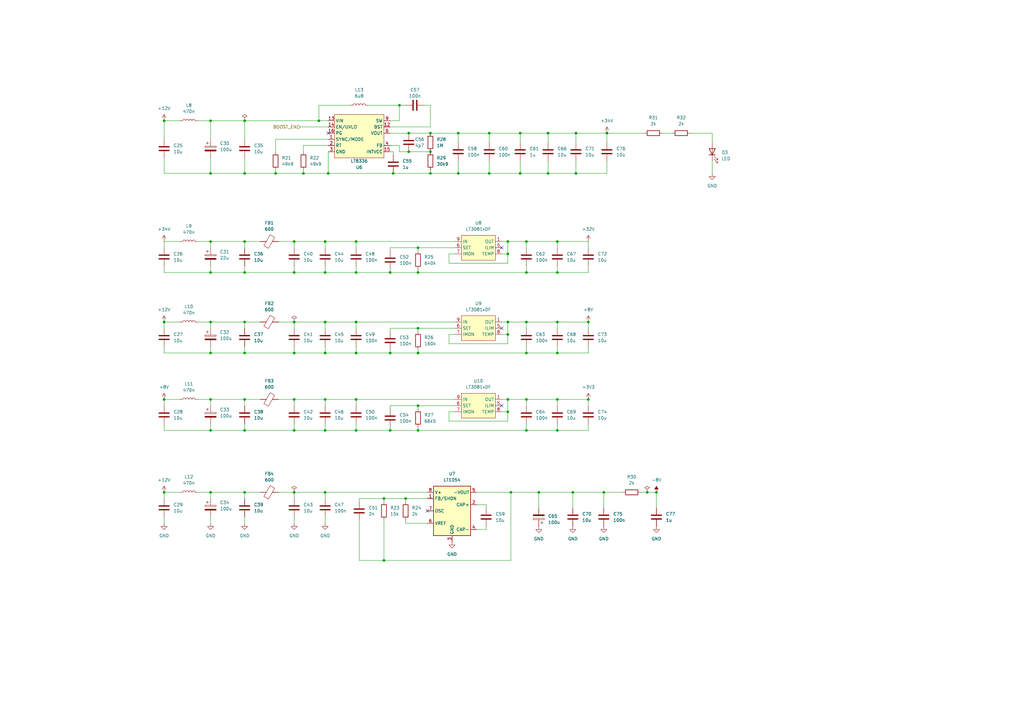
<source format=kicad_sch>
(kicad_sch (version 20211123) (generator eeschema)
  (paper "A3")
  (title_block (title "Usilitel") (date "2022-07-12") (rev "0.1") (company "M-Labs") (comment 1 "Wideband power amplifier") (comment 3 "a.k.a. topquark12") (comment 4 "Alex Wong Tat Hang"))
  (junction (at 200.66 54.61))
  (junction (at 220.98 201.93))
  (junction (at 120.65 111.76))
  (junction (at 228.6 111.76))
  (junction (at 265.43 201.93))
  (junction (at 100.33 71.12))
  (junction (at 200.66 71.12))
  (junction (at 209.55 201.93))
  (junction (at 160.02 144.78))
  (junction (at 133.35 144.78))
  (junction (at 161.29 71.12))
  (junction (at 67.31 132.08))
  (junction (at 269.24 201.93))
  (junction (at 166.37 204.47))
  (junction (at 241.3 163.83))
  (junction (at 241.3 132.08))
  (junction (at 86.36 201.93))
  (junction (at 208.28 168.91))
  (junction (at 120.65 176.53))
  (junction (at 146.05 144.78))
  (junction (at 215.9 144.78))
  (junction (at 236.22 71.12))
  (junction (at 208.28 99.06))
  (junction (at 163.83 43.18))
  (junction (at 86.36 144.78))
  (junction (at 228.6 132.08))
  (junction (at 100.33 99.06))
  (junction (at 171.45 176.53))
  (junction (at 234.95 201.93))
  (junction (at 100.33 201.93))
  (junction (at 86.36 111.76))
  (junction (at 171.45 111.76))
  (junction (at 67.31 201.93))
  (junction (at 171.45 144.78))
  (junction (at 100.33 132.08))
  (junction (at 171.45 101.6))
  (junction (at 146.05 99.06))
  (junction (at 167.64 62.23))
  (junction (at 133.35 99.06))
  (junction (at 113.03 71.12))
  (junction (at 213.36 54.61))
  (junction (at 248.92 54.61))
  (junction (at 133.35 111.76))
  (junction (at 100.33 111.76))
  (junction (at 160.02 176.53))
  (junction (at 215.9 176.53))
  (junction (at 160.02 111.76))
  (junction (at 86.36 176.53))
  (junction (at 67.31 163.83))
  (junction (at 120.65 163.83))
  (junction (at 236.22 54.61))
  (junction (at 215.9 132.08))
  (junction (at 247.65 201.93))
  (junction (at 86.36 49.53))
  (junction (at 171.45 134.62))
  (junction (at 133.35 176.53))
  (junction (at 146.05 176.53))
  (junction (at 208.28 137.16))
  (junction (at 215.9 111.76))
  (junction (at 228.6 176.53))
  (junction (at 176.53 71.12))
  (junction (at 208.28 104.14))
  (junction (at 146.05 163.83))
  (junction (at 120.65 144.78))
  (junction (at 100.33 176.53))
  (junction (at 86.36 99.06))
  (junction (at 134.62 71.12))
  (junction (at 215.9 163.83))
  (junction (at 157.48 229.87))
  (junction (at 120.65 201.93))
  (junction (at 86.36 163.83))
  (junction (at 224.79 71.12))
  (junction (at 100.33 163.83))
  (junction (at 187.96 71.12))
  (junction (at 100.33 144.78))
  (junction (at 120.65 132.08))
  (junction (at 213.36 71.12))
  (junction (at 215.9 99.06))
  (junction (at 86.36 71.12))
  (junction (at 100.33 49.53))
  (junction (at 176.53 54.61))
  (junction (at 86.36 132.08))
  (junction (at 228.6 99.06))
  (junction (at 167.64 54.61))
  (junction (at 208.28 163.83))
  (junction (at 208.28 132.08))
  (junction (at 157.48 204.47))
  (junction (at 67.31 49.53))
  (junction (at 133.35 163.83))
  (junction (at 228.6 163.83))
  (junction (at 224.79 54.61))
  (junction (at 133.35 201.93))
  (junction (at 171.45 166.37))
  (junction (at 187.96 54.61))
  (junction (at 133.35 132.08))
  (junction (at 228.6 144.78))
  (junction (at 146.05 111.76))
  (junction (at 124.46 71.12))
  (junction (at 176.53 62.23))
  (junction (at 120.65 99.06))
  (junction (at 130.81 49.53))
  (junction (at 146.05 132.08))
  (no_connect (at 205.74 134.62))
  (no_connect (at 134.62 54.61))
  (no_connect (at 175.26 209.55))
  (no_connect (at 205.74 101.6))
  (no_connect (at 205.74 166.37))
  (wire (pts (xy 114.3 201.93) (xy 120.65 201.93)))
  (wire (pts (xy 100.33 99.06) (xy 106.68 99.06)))
  (wire (pts (xy 100.33 144.78) (xy 120.65 144.78)))
  (wire (pts (xy 184.15 168.91) (xy 186.69 168.91)))
  (wire (pts (xy 146.05 111.76) (xy 160.02 111.76)))
  (wire (pts (xy 171.45 134.62) (xy 186.69 134.62)))
  (wire (pts (xy 113.03 57.15) (xy 134.62 57.15)))
  (wire (pts (xy 208.28 104.14) (xy 205.74 104.14)))
  (wire (pts (xy 160.02 135.89) (xy 160.02 134.62)))
  (wire (pts (xy 241.3 176.53) (xy 228.6 176.53)))
  (wire (pts (xy 146.05 163.83) (xy 186.69 163.83)))
  (wire (pts (xy 171.45 176.53) (xy 171.45 175.26)))
  (wire (pts (xy 81.28 49.53) (xy 86.36 49.53)))
  (wire (pts (xy 160.02 102.87) (xy 160.02 101.6)))
  (wire (pts (xy 215.9 101.6) (xy 215.9 99.06)))
  (wire (pts (xy 241.3 111.76) (xy 228.6 111.76)))
  (wire (pts (xy 236.22 54.61) (xy 224.79 54.61)))
  (wire (pts (xy 133.35 163.83) (xy 120.65 163.83)))
  (wire (pts (xy 124.46 71.12) (xy 113.03 71.12)))
  (wire (pts (xy 120.65 201.93) (xy 120.65 204.47)))
  (wire (pts (xy 215.9 163.83) (xy 208.28 163.83)))
  (wire (pts (xy 86.36 49.53) (xy 100.33 49.53)))
  (wire (pts (xy 215.9 173.99) (xy 215.9 176.53)))
  (wire (pts (xy 184.15 137.16) (xy 186.69 137.16)))
  (wire (pts (xy 86.36 176.53) (xy 100.33 176.53)))
  (wire (pts (xy 146.05 101.6) (xy 146.05 99.06)))
  (wire (pts (xy 241.3 142.24) (xy 241.3 144.78)))
  (wire (pts (xy 163.83 43.18) (xy 163.83 49.53)))
  (wire (pts (xy 100.33 163.83) (xy 106.68 163.83)))
  (wire (pts (xy 215.9 142.24) (xy 215.9 144.78)))
  (wire (pts (xy 283.21 54.61) (xy 292.1 54.61)))
  (wire (pts (xy 236.22 54.61) (xy 236.22 58.42)))
  (wire (pts (xy 215.9 134.62) (xy 215.9 132.08)))
  (wire (pts (xy 157.48 204.47) (xy 166.37 204.47)))
  (wire (pts (xy 228.6 142.24) (xy 228.6 144.78)))
  (wire (pts (xy 146.05 176.53) (xy 160.02 176.53)))
  (wire (pts (xy 134.62 62.23) (xy 134.62 71.12)))
  (wire (pts (xy 215.9 132.08) (xy 208.28 132.08)))
  (wire (pts (xy 205.74 163.83) (xy 208.28 163.83)))
  (wire (pts (xy 248.92 58.42) (xy 248.92 54.61)))
  (wire (pts (xy 86.36 71.12) (xy 100.33 71.12)))
  (wire (pts (xy 160.02 54.61) (xy 167.64 54.61)))
  (wire (pts (xy 228.6 101.6) (xy 228.6 99.06)))
  (wire (pts (xy 167.64 54.61) (xy 176.53 54.61)))
  (wire (pts (xy 215.9 176.53) (xy 171.45 176.53)))
  (wire (pts (xy 176.53 69.85) (xy 176.53 71.12)))
  (wire (pts (xy 166.37 204.47) (xy 166.37 205.74)))
  (wire (pts (xy 163.83 59.69) (xy 160.02 59.69)))
  (wire (pts (xy 86.36 111.76) (xy 86.36 109.22)))
  (wire (pts (xy 208.28 172.72) (xy 208.28 168.91)))
  (wire (pts (xy 100.33 176.53) (xy 120.65 176.53)))
  (wire (pts (xy 171.45 101.6) (xy 186.69 101.6)))
  (wire (pts (xy 120.65 144.78) (xy 120.65 142.24)))
  (wire (pts (xy 213.36 54.61) (xy 200.66 54.61)))
  (wire (pts (xy 199.39 207.01) (xy 199.39 208.28)))
  (wire (pts (xy 86.36 214.63) (xy 86.36 212.09)))
  (wire (pts (xy 184.15 104.14) (xy 186.69 104.14)))
  (wire (pts (xy 146.05 163.83) (xy 133.35 163.83)))
  (wire (pts (xy 208.28 132.08) (xy 208.28 137.16)))
  (wire (pts (xy 166.37 204.47) (xy 175.26 204.47)))
  (wire (pts (xy 241.3 109.22) (xy 241.3 111.76)))
  (wire (pts (xy 184.15 140.97) (xy 208.28 140.97)))
  (wire (pts (xy 67.31 132.08) (xy 73.66 132.08)))
  (wire (pts (xy 133.35 144.78) (xy 133.35 142.24)))
  (wire (pts (xy 215.9 166.37) (xy 215.9 163.83)))
  (wire (pts (xy 120.65 176.53) (xy 133.35 176.53)))
  (wire (pts (xy 160.02 167.64) (xy 160.02 166.37)))
  (wire (pts (xy 134.62 71.12) (xy 161.29 71.12)))
  (wire (pts (xy 81.28 201.93) (xy 86.36 201.93)))
  (wire (pts (xy 86.36 134.62) (xy 86.36 132.08)))
  (wire (pts (xy 67.31 163.83) (xy 73.66 163.83)))
  (wire (pts (xy 205.74 99.06) (xy 208.28 99.06)))
  (wire (pts (xy 171.45 166.37) (xy 186.69 166.37)))
  (wire (pts (xy 228.6 176.53) (xy 215.9 176.53)))
  (wire (pts (xy 100.33 111.76) (xy 120.65 111.76)))
  (wire (pts (xy 228.6 111.76) (xy 215.9 111.76)))
  (wire (pts (xy 114.3 99.06) (xy 120.65 99.06)))
  (wire (pts (xy 100.33 201.93) (xy 106.68 201.93)))
  (wire (pts (xy 208.28 168.91) (xy 205.74 168.91)))
  (wire (pts (xy 123.19 52.07) (xy 134.62 52.07)))
  (wire (pts (xy 130.81 49.53) (xy 130.81 43.18)))
  (wire (pts (xy 205.74 132.08) (xy 208.28 132.08)))
  (wire (pts (xy 146.05 111.76) (xy 146.05 109.22)))
  (wire (pts (xy 130.81 49.53) (xy 134.62 49.53)))
  (wire (pts (xy 224.79 54.61) (xy 224.79 58.42)))
  (wire (pts (xy 120.65 176.53) (xy 120.65 173.99)))
  (wire (pts (xy 228.6 99.06) (xy 215.9 99.06)))
  (wire (pts (xy 248.92 66.04) (xy 248.92 71.12)))
  (wire (pts (xy 171.45 102.87) (xy 171.45 101.6)))
  (wire (pts (xy 120.65 134.62) (xy 120.65 132.08)))
  (wire (pts (xy 187.96 54.61) (xy 187.96 58.42)))
  (wire (pts (xy 67.31 49.53) (xy 73.66 49.53)))
  (wire (pts (xy 220.98 201.93) (xy 220.98 208.28)))
  (wire (pts (xy 134.62 71.12) (xy 124.46 71.12)))
  (wire (pts (xy 200.66 66.04) (xy 200.66 71.12)))
  (wire (pts (xy 100.33 144.78) (xy 100.33 142.24)))
  (wire (pts (xy 100.33 111.76) (xy 100.33 109.22)))
  (wire (pts (xy 113.03 62.23) (xy 113.03 57.15)))
  (wire (pts (xy 241.3 144.78) (xy 228.6 144.78)))
  (wire (pts (xy 100.33 101.6) (xy 100.33 99.06)))
  (wire (pts (xy 146.05 134.62) (xy 146.05 132.08)))
  (wire (pts (xy 157.48 205.74) (xy 157.48 204.47)))
  (wire (pts (xy 157.48 229.87) (xy 209.55 229.87)))
  (wire (pts (xy 130.81 43.18) (xy 143.51 43.18)))
  (wire (pts (xy 215.9 144.78) (xy 171.45 144.78)))
  (wire (pts (xy 209.55 229.87) (xy 209.55 201.93)))
  (wire (pts (xy 171.45 111.76) (xy 171.45 110.49)))
  (wire (pts (xy 234.95 201.93) (xy 234.95 208.28)))
  (wire (pts (xy 161.29 71.12) (xy 176.53 71.12)))
  (wire (pts (xy 161.29 62.23) (xy 161.29 63.5)))
  (wire (pts (xy 81.28 163.83) (xy 86.36 163.83)))
  (wire (pts (xy 176.53 62.23) (xy 167.64 62.23)))
  (wire (pts (xy 146.05 144.78) (xy 146.05 142.24)))
  (wire (pts (xy 133.35 166.37) (xy 133.35 163.83)))
  (wire (pts (xy 248.92 71.12) (xy 236.22 71.12)))
  (wire (pts (xy 199.39 215.9) (xy 199.39 217.17)))
  (wire (pts (xy 124.46 59.69) (xy 134.62 59.69)))
  (wire (pts (xy 163.83 43.18) (xy 166.37 43.18)))
  (wire (pts (xy 248.92 54.61) (xy 236.22 54.61)))
  (wire (pts (xy 120.65 214.63) (xy 120.65 212.09)))
  (wire (pts (xy 160.02 111.76) (xy 171.45 111.76)))
  (wire (pts (xy 146.05 144.78) (xy 160.02 144.78)))
  (wire (pts (xy 213.36 66.04) (xy 213.36 71.12)))
  (wire (pts (xy 120.65 111.76) (xy 120.65 109.22)))
  (wire (pts (xy 100.33 132.08) (xy 106.68 132.08)))
  (wire (pts (xy 86.36 132.08) (xy 100.33 132.08)))
  (wire (pts (xy 160.02 176.53) (xy 171.45 176.53)))
  (wire (pts (xy 187.96 71.12) (xy 176.53 71.12)))
  (wire (pts (xy 120.65 201.93) (xy 133.35 201.93)))
  (wire (pts (xy 86.36 204.47) (xy 86.36 201.93)))
  (wire (pts (xy 195.58 207.01) (xy 199.39 207.01)))
  (wire (pts (xy 213.36 71.12) (xy 200.66 71.12)))
  (wire (pts (xy 86.36 163.83) (xy 100.33 163.83)))
  (wire (pts (xy 262.89 201.93) (xy 265.43 201.93)))
  (wire (pts (xy 163.83 62.23) (xy 163.83 59.69)))
  (wire (pts (xy 86.36 201.93) (xy 100.33 201.93)))
  (wire (pts (xy 147.32 204.47) (xy 157.48 204.47)))
  (wire (pts (xy 133.35 201.93) (xy 175.26 201.93)))
  (wire (pts (xy 292.1 54.61) (xy 292.1 58.42)))
  (wire (pts (xy 224.79 54.61) (xy 213.36 54.61)))
  (wire (pts (xy 228.6 144.78) (xy 215.9 144.78)))
  (wire (pts (xy 208.28 163.83) (xy 208.28 168.91)))
  (wire (pts (xy 213.36 54.61) (xy 213.36 58.42)))
  (wire (pts (xy 81.28 99.06) (xy 86.36 99.06)))
  (wire (pts (xy 187.96 54.61) (xy 176.53 54.61)))
  (wire (pts (xy 67.31 176.53) (xy 86.36 176.53)))
  (wire (pts (xy 133.35 204.47) (xy 133.35 201.93)))
  (wire (pts (xy 176.53 52.07) (xy 176.53 43.18)))
  (wire (pts (xy 67.31 64.77) (xy 67.31 71.12)))
  (wire (pts (xy 224.79 71.12) (xy 213.36 71.12)))
  (wire (pts (xy 86.36 176.53) (xy 86.36 173.99)))
  (wire (pts (xy 208.28 99.06) (xy 208.28 104.14)))
  (wire (pts (xy 163.83 49.53) (xy 160.02 49.53)))
  (wire (pts (xy 171.45 144.78) (xy 171.45 143.51)))
  (wire (pts (xy 247.65 201.93) (xy 255.27 201.93)))
  (wire (pts (xy 200.66 71.12) (xy 187.96 71.12)))
  (wire (pts (xy 157.48 213.36) (xy 157.48 229.87)))
  (wire (pts (xy 133.35 101.6) (xy 133.35 99.06)))
  (wire (pts (xy 67.31 166.37) (xy 67.31 163.83)))
  (wire (pts (xy 236.22 66.04) (xy 236.22 71.12)))
  (wire (pts (xy 166.37 213.36) (xy 166.37 214.63)))
  (wire (pts (xy 269.24 201.93) (xy 269.24 208.28)))
  (wire (pts (xy 67.31 204.47) (xy 67.31 201.93)))
  (wire (pts (xy 292.1 66.04) (xy 292.1 71.12)))
  (wire (pts (xy 81.28 132.08) (xy 86.36 132.08)))
  (wire (pts (xy 234.95 201.93) (xy 247.65 201.93)))
  (wire (pts (xy 160.02 62.23) (xy 161.29 62.23)))
  (wire (pts (xy 113.03 71.12) (xy 113.03 69.85)))
  (wire (pts (xy 184.15 172.72) (xy 208.28 172.72)))
  (wire (pts (xy 160.02 166.37) (xy 171.45 166.37)))
  (wire (pts (xy 133.35 111.76) (xy 146.05 111.76)))
  (wire (pts (xy 208.28 107.95) (xy 208.28 104.14)))
  (wire (pts (xy 166.37 214.63) (xy 175.26 214.63)))
  (wire (pts (xy 228.6 163.83) (xy 215.9 163.83)))
  (wire (pts (xy 86.36 166.37) (xy 86.36 163.83)))
  (wire (pts (xy 86.36 144.78) (xy 100.33 144.78)))
  (wire (pts (xy 86.36 111.76) (xy 100.33 111.76)))
  (wire (pts (xy 209.55 201.93) (xy 195.58 201.93)))
  (wire (pts (xy 200.66 54.61) (xy 187.96 54.61)))
  (wire (pts (xy 228.6 166.37) (xy 228.6 163.83)))
  (wire (pts (xy 184.15 104.14) (xy 184.15 107.95)))
  (wire (pts (xy 241.3 134.62) (xy 241.3 132.08)))
  (wire (pts (xy 247.65 201.93) (xy 247.65 208.28)))
  (wire (pts (xy 133.35 176.53) (xy 133.35 173.99)))
  (wire (pts (xy 100.33 166.37) (xy 100.33 163.83)))
  (wire (pts (xy 67.31 176.53) (xy 67.31 173.99)))
  (wire (pts (xy 184.15 168.91) (xy 184.15 172.72)))
  (wire (pts (xy 133.35 144.78) (xy 146.05 144.78)))
  (wire (pts (xy 133.35 111.76) (xy 133.35 109.22)))
  (wire (pts (xy 86.36 144.78) (xy 86.36 142.24)))
  (wire (pts (xy 67.31 111.76) (xy 86.36 111.76)))
  (wire (pts (xy 160.02 52.07) (xy 176.53 52.07)))
  (wire (pts (xy 86.36 64.77) (xy 86.36 71.12)))
  (wire (pts (xy 133.35 214.63) (xy 133.35 212.09)))
  (wire (pts (xy 228.6 134.62) (xy 228.6 132.08)))
  (wire (pts (xy 215.9 109.22) (xy 215.9 111.76)))
  (wire (pts (xy 151.13 43.18) (xy 163.83 43.18)))
  (wire (pts (xy 146.05 176.53) (xy 146.05 173.99)))
  (wire (pts (xy 236.22 71.12) (xy 224.79 71.12)))
  (wire (pts (xy 120.65 101.6) (xy 120.65 99.06)))
  (wire (pts (xy 208.28 140.97) (xy 208.28 137.16)))
  (wire (pts (xy 147.32 213.36) (xy 147.32 229.87)))
  (wire (pts (xy 67.31 214.63) (xy 67.31 212.09)))
  (wire (pts (xy 120.65 166.37) (xy 120.65 163.83)))
  (wire (pts (xy 86.36 57.15) (xy 86.36 49.53)))
  (wire (pts (xy 133.35 99.06) (xy 120.65 99.06)))
  (wire (pts (xy 241.3 132.08) (xy 228.6 132.08)))
  (wire (pts (xy 124.46 62.23) (xy 124.46 59.69)))
  (wire (pts (xy 100.33 71.12) (xy 113.03 71.12)))
  (wire (pts (xy 100.33 176.53) (xy 100.33 173.99)))
  (wire (pts (xy 176.53 43.18) (xy 173.99 43.18)))
  (wire (pts (xy 67.31 111.76) (xy 67.31 109.22)))
  (wire (pts (xy 100.33 204.47) (xy 100.33 201.93)))
  (wire (pts (xy 67.31 201.93) (xy 73.66 201.93)))
  (wire (pts (xy 228.6 109.22) (xy 228.6 111.76)))
  (wire (pts (xy 241.3 166.37) (xy 241.3 163.83)))
  (wire (pts (xy 86.36 101.6) (xy 86.36 99.06)))
  (wire (pts (xy 215.9 99.06) (xy 208.28 99.06)))
  (wire (pts (xy 146.05 132.08) (xy 133.35 132.08)))
  (wire (pts (xy 147.32 205.74) (xy 147.32 204.47)))
  (wire (pts (xy 167.64 62.23) (xy 163.83 62.23)))
  (wire (pts (xy 160.02 176.53) (xy 160.02 175.26)))
  (wire (pts (xy 124.46 71.12) (xy 124.46 69.85)))
  (wire (pts (xy 171.45 167.64) (xy 171.45 166.37)))
  (wire (pts (xy 146.05 99.06) (xy 186.69 99.06)))
  (wire (pts (xy 241.3 99.06) (xy 228.6 99.06)))
  (wire (pts (xy 184.15 137.16) (xy 184.15 140.97)))
  (wire (pts (xy 187.96 66.04) (xy 187.96 71.12)))
  (wire (pts (xy 241.3 163.83) (xy 228.6 163.83)))
  (wire (pts (xy 248.92 54.61) (xy 264.16 54.61)))
  (wire (pts (xy 120.65 144.78) (xy 133.35 144.78)))
  (wire (pts (xy 146.05 166.37) (xy 146.05 163.83)))
  (wire (pts (xy 228.6 132.08) (xy 215.9 132.08)))
  (wire (pts (xy 160.02 144.78) (xy 160.02 143.51)))
  (wire (pts (xy 67.31 57.15) (xy 67.31 49.53)))
  (wire (pts (xy 209.55 201.93) (xy 220.98 201.93)))
  (wire (pts (xy 146.05 99.06) (xy 133.35 99.06)))
  (wire (pts (xy 215.9 111.76) (xy 171.45 111.76)))
  (wire (pts (xy 171.45 135.89) (xy 171.45 134.62)))
  (wire (pts (xy 114.3 163.83) (xy 120.65 163.83)))
  (wire (pts (xy 147.32 229.87) (xy 157.48 229.87)))
  (wire (pts (xy 100.33 57.15) (xy 100.33 49.53)))
  (wire (pts (xy 67.31 134.62) (xy 67.31 132.08)))
  (wire (pts (xy 67.31 71.12) (xy 86.36 71.12)))
  (wire (pts (xy 100.33 49.53) (xy 130.81 49.53)))
  (wire (pts (xy 114.3 132.08) (xy 120.65 132.08)))
  (wire (pts (xy 200.66 54.61) (xy 200.66 58.42)))
  (wire (pts (xy 67.31 144.78) (xy 67.31 142.24)))
  (wire (pts (xy 133.35 176.53) (xy 146.05 176.53)))
  (wire (pts (xy 133.35 134.62) (xy 133.35 132.08)))
  (wire (pts (xy 199.39 217.17) (xy 195.58 217.17)))
  (wire (pts (xy 265.43 201.93) (xy 269.24 201.93)))
  (wire (pts (xy 160.02 101.6) (xy 171.45 101.6)))
  (wire (pts (xy 86.36 99.06) (xy 100.33 99.06)))
  (wire (pts (xy 100.33 134.62) (xy 100.33 132.08)))
  (wire (pts (xy 67.31 99.06) (xy 73.66 99.06)))
  (wire (pts (xy 241.3 173.99) (xy 241.3 176.53)))
  (wire (pts (xy 220.98 201.93) (xy 234.95 201.93)))
  (wire (pts (xy 100.33 64.77) (xy 100.33 71.12)))
  (wire (pts (xy 100.33 214.63) (xy 100.33 212.09)))
  (wire (pts (xy 146.05 132.08) (xy 186.69 132.08)))
  (wire (pts (xy 208.28 137.16) (xy 205.74 137.16)))
  (wire (pts (xy 67.31 101.6) (xy 67.31 99.06)))
  (wire (pts (xy 67.31 144.78) (xy 86.36 144.78)))
  (wire (pts (xy 120.65 111.76) (xy 133.35 111.76)))
  (wire (pts (xy 271.78 54.61) (xy 275.59 54.61)))
  (wire (pts (xy 184.15 107.95) (xy 208.28 107.95)))
  (wire (pts (xy 133.35 132.08) (xy 120.65 132.08)))
  (wire (pts (xy 224.79 66.04) (xy 224.79 71.12)))
  (wire (pts (xy 241.3 101.6) (xy 241.3 99.06)))
  (wire (pts (xy 160.02 111.76) (xy 160.02 110.49)))
  (wire (pts (xy 160.02 134.62) (xy 171.45 134.62)))
  (wire (pts (xy 160.02 144.78) (xy 171.45 144.78)))
  (wire (pts (xy 228.6 173.99) (xy 228.6 176.53)))
  (hierarchical_label "BOOST_EN" (shape input) (at 123.19 52.07 180))
  (symbol (lib_id "Device:C") (at 120.65 170.18 0) (unit 1)
    (property "Reference" "C42" (at 124.46 168.9099 0) (effects (justify left)))
    (property "Value" "10u" (at 124.46 171.4499 0) (effects (justify left)))
    (property "Footprint" "Capacitor_SMD:C_1210_3225Metric" (effects hide))
    (property "MFR_PN" "CL32B106KBJNNNE" (effects hide))
    (property "MFR_PN_ALT" "CL32B106KBJNNWE" (effects hide))
  )
  (symbol (lib_id "Device:R") (at 124.46 66.04 0) (unit 1)
    (property "Reference" "R22" (at 127 64.7699 0) (effects (justify left)))
    (property "Value" "49k9" (at 127 67.3099 0) (effects (justify left)))
    (property "Footprint" "Resistor_SMD:R_0603_1608Metric" (effects hide))
    (property "MFR_PN" "RC0603FR-0749K9L" (effects hide))
    (property "MFR_PN_ALT" "RT0603DRE0749K9L" (effects hide))
  )
  (symbol (lib_id "power:+3V3") (at 241.3 163.83 0) (unit 1)
    (property "Reference" "#PWR059" (effects hide))
    (property "Value" "+3V3" (at 241.3 158.75 0))
  )
  (symbol (lib_id "Device:R") (at 171.45 106.68 0) (unit 1)
    (property "Reference" "R25" (at 173.99 105.4099 0) (effects (justify left)))
    (property "Value" "640k" (at 173.99 107.9499 0) (effects (justify left)))
    (property "Footprint" "Resistor_SMD:R_0603_1608Metric" (effects hide))
    (property "MFR_PN" "RC0603FR-07649KL" (effects hide))
    (property "MFR_PN_ALT" "ERJ-3EKF6493V" (effects hide))
  )
  (symbol (lib_id "Device:L") (at 77.47 99.06 90) (unit 1)
    (property "Reference" "L9" (at 77.47 92.71 90))
    (property "Value" "470n" (at 77.47 95.25 90))
    (property "Footprint" "Inductor_SMD:L_Coilcraft_XxL4030" (effects hide))
    (property "MFR_PN" "XEL4030-471MEC" (effects hide))
    (property "MFR_PN_ALT" "XEL4030V-471MEC" (effects hide))
  )
  (symbol (lib_id "Device:C") (at 248.92 62.23 0) (unit 1)
    (property "Reference" "C76" (at 252.73 60.9599 0) (effects (justify left)))
    (property "Value" "10u" (at 252.73 63.4999 0) (effects (justify left)))
    (property "Footprint" "Capacitor_SMD:C_1210_3225Metric" (effects hide))
    (property "MFR_PN" "CL32B106KBJNNNE" (effects hide))
    (property "MFR_PN_ALT" "CL32B106KBJNNWE" (effects hide))
  )
  (symbol (lib_id "Device:C") (at 67.31 60.96 0) (unit 1)
    (property "Reference" "C25" (at 71.12 59.6899 0) (effects (justify left)))
    (property "Value" "10u" (at 71.12 62.2299 0) (effects (justify left)))
    (property "Footprint" "Capacitor_SMD:C_1210_3225Metric" (effects hide))
    (property "MFR_PN" "CL32B106KBJNNNE" (effects hide))
    (property "MFR_PN_ALT" "CL32B106KBJNNWE" (effects hide))
  )
  (symbol (lib_id "Device:R") (at 267.97 54.61 270) (unit 1)
    (property "Reference" "R31" (at 267.97 48.26 90))
    (property "Value" "2k" (at 267.97 50.8 90))
    (property "Footprint" "Resistor_SMD:R_0603_1608Metric" (effects hide))
    (property "MFR_PN" "RC0603FR-072KL" (effects hide))
    (property "MFR_PN_ALT" "ERJ-3EKF2001V" (effects hide))
  )
  (symbol (lib_id "Device:C") (at 228.6 170.18 0) (unit 1)
    (property "Reference" "C69" (at 232.41 168.9099 0) (effects (justify left)))
    (property "Value" "10u" (at 232.41 171.4499 0) (effects (justify left)))
    (property "Footprint" "Capacitor_SMD:C_1210_3225Metric" (effects hide))
    (property "MFR_PN" "CL32B106KBJNNNE" (effects hide))
    (property "MFR_PN_ALT" "CL32B106KBJNNWE" (effects hide))
  )
  (symbol (lib_id "Device:C_Polarized") (at 86.36 208.28 0) (unit 1)
    (property "Reference" "C34" (at 90.17 206.1209 0) (effects (justify left)))
    (property "Value" "100u" (at 90.17 208.6609 0) (effects (justify left)))
    (property "Footprint" "Capacitor_Tantalum_SMD:CP_EIA-7343-30_AVX-N" (effects hide))
    (property "MFR_PN" "TCJD107M025R0055" (effects hide))
    (property "MFR_PN_ALT" "TCJD107M025R0055E" (effects hide))
  )
  (symbol (lib_id "Device:C") (at 215.9 138.43 0) (unit 1)
    (property "Reference" "C63" (at 219.71 137.1599 0) (effects (justify left)))
    (property "Value" "100n" (at 219.71 139.6999 0) (effects (justify left)))
    (property "Footprint" "Capacitor_SMD:C_0603_1608Metric" (effects hide))
    (property "MFR_PN" "CL10B104KB8NNNL" (effects hide))
    (property "MFR_PN_ALT" "CL10B104KB8NNWC" (effects hide))
  )
  (symbol (lib_id "Device:C") (at 146.05 105.41 0) (unit 1)
    (property "Reference" "C48" (at 149.86 104.1399 0) (effects (justify left)))
    (property "Value" "100n" (at 149.86 106.6799 0) (effects (justify left)))
    (property "Footprint" "Capacitor_SMD:C_0603_1608Metric" (effects hide))
    (property "MFR_PN" "CL10B104KB8NNNL" (effects hide))
    (property "MFR_PN_ALT" "CL10B104KB8NNWC" (effects hide))
  )
  (symbol (lib_id "Device:C") (at 224.79 62.23 0) (unit 1)
    (property "Reference" "C66" (at 228.6 60.9599 0) (effects (justify left)))
    (property "Value" "10u" (at 228.6 63.4999 0) (effects (justify left)))
    (property "Footprint" "Capacitor_SMD:C_1210_3225Metric" (effects hide))
    (property "MFR_PN" "CL32B106KBJNNNE" (effects hide))
    (property "MFR_PN_ALT" "CL32B106KBJNNWE" (effects hide))
  )
  (symbol (lib_id "power:+12V") (at 67.31 201.93 0) (unit 1)
    (property "Reference" "#PWR048" (effects hide))
    (property "Value" "+12V" (at 67.31 196.85 0))
  )
  (symbol (lib_id "Device:C") (at 200.66 62.23 0) (unit 1)
    (property "Reference" "C60" (at 204.47 60.9599 0) (effects (justify left)))
    (property "Value" "100n" (at 204.47 63.4999 0) (effects (justify left)))
    (property "Footprint" "Capacitor_SMD:C_0603_1608Metric" (effects hide))
    (property "MFR_PN" "CL10B104KB8NNNL" (effects hide))
    (property "MFR_PN_ALT" "CL10B104KB8NNWC" (effects hide))
  )
  (symbol (lib_id "Device:FerriteBead") (at 110.49 201.93 90) (unit 1)
    (property "Reference" "FB4" (at 110.4392 194.31 90))
    (property "Value" "600" (at 110.4392 196.85 90))
    (property "Footprint" "Inductor_SMD:L_1206_3216Metric" (effects hide))
    (property "MFR_PN" "MI1206K601R-10" (effects hide))
    (property "MFR_PN_ALT" "ILHB1206ER601V" (effects hide))
  )
  (symbol (lib_id "Device:C_Polarized") (at 86.36 105.41 0) (unit 1)
    (property "Reference" "C31" (at 90.17 103.2509 0) (effects (justify left)))
    (property "Value" "22u" (at 90.17 105.7909 0) (effects (justify left)))
    (property "Footprint" "Capacitor_Tantalum_SMD:CP_EIA-7343-30_AVX-N" (effects hide))
    (property "MFR_PN" "TCJD226M050R0090E" (effects hide))
    (property "MFR_PN_ALT" "TCJE226M050R0075E" (effects hide))
  )
  (symbol (lib_id "Device:C") (at 100.33 170.18 0) (unit 1)
    (property "Reference" "C38" (at 104.14 168.9099 0) (effects (justify left)))
    (property "Value" "10u" (at 104.14 171.4499 0) (effects (justify left)))
    (property "Footprint" "Capacitor_SMD:C_1210_3225Metric" (effects hide))
    (property "MFR_PN" "CL32B106KBJNNNE" (effects hide))
    (property "MFR_PN_ALT" "CL32B106KBJNNWE" (effects hide))
  )
  (symbol (lib_id "Device:C") (at 247.65 212.09 0) (unit 1)
    (property "Reference" "C75" (at 251.46 210.8199 0) (effects (justify left)))
    (property "Value" "100n" (at 251.46 213.3599 0) (effects (justify left)))
    (property "Footprint" "Capacitor_SMD:C_0603_1608Metric" (effects hide))
    (property "MFR_PN" "CL10B104KB8NNNL" (effects hide))
    (property "MFR_PN_ALT" "CL10B104KB8NNWC" (effects hide))
  )
  (symbol (lib_id "Device:C") (at 67.31 170.18 0) (unit 1)
    (property "Reference" "C28" (at 71.12 168.9099 0) (effects (justify left)))
    (property "Value" "10u" (at 71.12 171.4499 0) (effects (justify left)))
    (property "Footprint" "Capacitor_SMD:C_1210_3225Metric" (effects hide))
    (property "MFR_PN" "CL32B106KBJNNNE" (effects hide))
    (property "MFR_PN_ALT" "CL32B106KBJNNWE" (effects hide))
  )
  (symbol (lib_id "Device:L") (at 77.47 163.83 90) (unit 1)
    (property "Reference" "L11" (at 77.47 157.48 90))
    (property "Value" "470n" (at 77.47 160.02 90))
    (property "Footprint" "Inductor_SMD:L_Coilcraft_XxL4030" (effects hide))
    (property "MFR_PN" "XEL4030-471MEC" (effects hide))
    (property "MFR_PN_ALT" "XEL4030V-471MEC" (effects hide))
  )
  (symbol (lib_id "Device:L") (at 77.47 132.08 90) (unit 1)
    (property "Reference" "L10" (at 77.47 125.73 90))
    (property "Value" "470n" (at 77.47 128.27 90))
    (property "Footprint" "Inductor_SMD:L_Coilcraft_XxL4030" (effects hide))
    (property "MFR_PN" "XEL4030-471MEC" (effects hide))
    (property "MFR_PN_ALT" "XEL4030V-471MEC" (effects hide))
  )
  (symbol (lib_id "power:PWR_FLAG") (at 265.43 201.93 0) (unit 1)
    (property "Reference" "#FLG0106" (effects hide))
    (property "Value" "PWR_FLAG" (effects hide))
  )
  (symbol (lib_id "Device:C") (at 228.6 105.41 0) (unit 1)
    (property "Reference" "C67" (at 232.41 104.1399 0) (effects (justify left)))
    (property "Value" "10u" (at 232.41 106.6799 0) (effects (justify left)))
    (property "Footprint" "Capacitor_SMD:C_1210_3225Metric" (effects hide))
    (property "MFR_PN" "CL32B106KBJNNNE" (effects hide))
    (property "MFR_PN_ALT" "CL32B106KBJNNWE" (effects hide))
  )
  (symbol (lib_id "Device:L") (at 147.32 43.18 90) (unit 1)
    (property "Reference" "L13" (at 147.32 36.83 90))
    (property "Value" "6u8" (at 147.32 39.37 90))
    (property "Footprint" "Inductor_SMD:L_Coilcraft_XxL4030" (effects hide))
    (property "MFR_PN" "XEL4030-682MEC" (effects hide))
    (property "MFR_PN_ALT" "XEL4030V-682MEC" (effects hide))
  )
  (symbol (lib_id "Device:C") (at 133.35 208.28 0) (unit 1)
    (property "Reference" "C47" (at 137.16 207.0099 0) (effects (justify left)))
    (property "Value" "100n" (at 137.16 209.5499 0) (effects (justify left)))
    (property "Footprint" "Capacitor_SMD:C_0603_1608Metric" (effects hide))
    (property "MFR_PN" "CL10B104KB8NNNL" (effects hide))
    (property "MFR_PN_ALT" "CL10B104KB8NNWC" (effects hide))
  )
  (symbol (lib_id "power:PWR_FLAG") (at 120.65 132.08 0) (unit 1)
    (property "Reference" "#FLG0107" (effects hide))
    (property "Value" "PWR_FLAG" (effects hide))
  )
  (symbol (lib_id "Device:R") (at 166.37 209.55 0) (unit 1)
    (property "Reference" "R24" (at 168.91 208.2799 0) (effects (justify left)))
    (property "Value" "2k" (at 168.91 210.8199 0) (effects (justify left)))
    (property "Footprint" "Resistor_SMD:R_0603_1608Metric" (effects hide))
    (property "MFR_PN" "RC0603FR-072KL" (effects hide))
    (property "MFR_PN_ALT" "ERJ-3EKF2001V" (effects hide))
  )
  (symbol (lib_id "Device:C") (at 167.64 58.42 0) (unit 1)
    (property "Reference" "C56" (at 170.18 57.15 0) (effects (justify left)))
    (property "Value" "4p7" (at 170.18 59.69 0) (effects (justify left)))
    (property "Footprint" "Capacitor_SMD:C_0603_1608Metric" (effects hide))
    (property "MFR_PN" "251R14S4R7BV4T" (effects hide))
    (property "MFR_PN_ALT" "CL10C4R7BB8NNNC" (effects hide))
  )
  (symbol (lib_id "power:+12V") (at 67.31 49.53 0) (unit 1)
    (property "Reference" "#PWR044" (effects hide))
    (property "Value" "+12V" (at 67.31 44.45 0))
  )
  (symbol (lib_id "Device:C") (at 160.02 171.45 0) (unit 1)
    (property "Reference" "C54" (at 163.83 170.1799 0) (effects (justify left)))
    (property "Value" "100n" (at 163.83 172.7199 0) (effects (justify left)))
    (property "Footprint" "Capacitor_SMD:C_0603_1608Metric" (effects hide))
    (property "MFR_PN" "CL10B104KB8NNNL" (effects hide))
    (property "MFR_PN_ALT" "CL10B104KB8NNWC" (effects hide))
  )
  (symbol (lib_id "Device:C") (at 67.31 208.28 0) (unit 1)
    (property "Reference" "C29" (at 71.12 207.0099 0) (effects (justify left)))
    (property "Value" "10u" (at 71.12 209.5499 0) (effects (justify left)))
    (property "Footprint" "Capacitor_SMD:C_1210_3225Metric" (effects hide))
    (property "MFR_PN" "CL32B106KBJNNNE" (effects hide))
    (property "MFR_PN_ALT" "CL32B106KBJNNWE" (effects hide))
  )
  (symbol (lib_id "Device:C") (at 170.18 43.18 90) (unit 1)
    (property "Reference" "C57" (at 170.18 36.83 90))
    (property "Value" "100n" (at 170.18 39.37 90))
    (property "Footprint" "Capacitor_SMD:C_0603_1608Metric" (effects hide))
    (property "MFR_PN" "CL10B104KB8NNNL" (effects hide))
    (property "MFR_PN_ALT" "CL10B104KB8NNWC" (effects hide))
  )
  (symbol (lib_id "Device:C") (at 234.95 212.09 0) (unit 1)
    (property "Reference" "C70" (at 238.76 210.8199 0) (effects (justify left)))
    (property "Value" "10u" (at 238.76 213.3599 0) (effects (justify left)))
    (property "Footprint" "Capacitor_SMD:C_1210_3225Metric" (effects hide))
    (property "MFR_PN" "CL32B106KBJNNNE" (effects hide))
    (property "MFR_PN_ALT" "CL32B106KBJNNWE" (effects hide))
  )
  (symbol (lib_id "Device:C_Polarized") (at 86.36 60.96 0) (unit 1)
    (property "Reference" "C30" (at 90.17 58.8009 0) (effects (justify left)))
    (property "Value" "100u" (at 90.17 61.3409 0) (effects (justify left)))
    (property "Footprint" "Capacitor_Tantalum_SMD:CP_EIA-7343-30_AVX-N" (effects hide))
    (property "MFR_PN" "TCJD107M025R0055" (effects hide))
    (property "MFR_PN_ALT" "TCJD107M025R0055E" (effects hide))
  )
  (symbol (lib_id "power:GND") (at 100.33 214.63 0) (unit 1)
    (property "Reference" "#PWR051" (effects hide))
    (property "Value" "GND" (at 100.33 219.71 0))
  )
  (symbol (lib_id "Device:R") (at 113.03 66.04 0) (unit 1)
    (property "Reference" "R21" (at 115.57 64.7699 0) (effects (justify left)))
    (property "Value" "49k9" (at 115.57 67.3099 0) (effects (justify left)))
    (property "Footprint" "Resistor_SMD:R_0603_1608Metric" (effects hide))
    (property "MFR_PN" "RC0603FR-0749K9L" (effects hide))
    (property "MFR_PN_ALT" "RT0603DRE0749K9L" (effects hide))
  )
  (symbol (lib_id "Device:C") (at 100.33 208.28 0) (unit 1)
    (property "Reference" "C39" (at 104.14 207.0099 0) (effects (justify left)))
    (property "Value" "10u" (at 104.14 209.5499 0) (effects (justify left)))
    (property "Footprint" "Capacitor_SMD:C_1210_3225Metric" (effects hide))
    (property "MFR_PN" "CL32B106KBJNNNE" (effects hide))
    (property "MFR_PN_ALT" "CL32B106KBJNNWE" (effects hide))
  )
  (symbol (lib_id "Device:C") (at 215.9 170.18 0) (unit 1)
    (property "Reference" "C64" (at 219.71 168.9099 0) (effects (justify left)))
    (property "Value" "100n" (at 219.71 171.4499 0) (effects (justify left)))
    (property "Footprint" "Capacitor_SMD:C_0603_1608Metric" (effects hide))
    (property "MFR_PN" "CL10B104KB8NNNL" (effects hide))
    (property "MFR_PN_ALT" "CL10B104KB8NNWC" (effects hide))
  )
  (symbol (lib_id "Device:C") (at 160.02 106.68 0) (unit 1)
    (property "Reference" "C52" (at 163.83 105.4099 0) (effects (justify left)))
    (property "Value" "100n" (at 163.83 107.9499 0) (effects (justify left)))
    (property "Footprint" "Capacitor_SMD:C_0603_1608Metric" (effects hide))
    (property "MFR_PN" "CL10B104KB8NNNL" (effects hide))
    (property "MFR_PN_ALT" "CL10B104KB8NNWC" (effects hide))
  )
  (symbol (lib_id "Device:R") (at 171.45 139.7 0) (unit 1)
    (property "Reference" "R26" (at 173.99 138.4299 0) (effects (justify left)))
    (property "Value" "160k" (at 173.99 140.9699 0) (effects (justify left)))
    (property "Footprint" "Resistor_SMD:R_0603_1608Metric" (effects hide))
    (property "MFR_PN" "WR06X1503FTL" (effects hide))
    (property "MFR_PN_ALT" "CRGCQ0603F150K" (effects hide))
  )
  (symbol (lib_id "power:GND") (at 292.1 71.12 0) (unit 1)
    (property "Reference" "#PWR017" (effects hide))
    (property "Value" "GND" (at 292.1 76.2 0))
  )
  (symbol (lib_id "Device:FerriteBead") (at 110.49 163.83 90) (unit 1)
    (property "Reference" "FB3" (at 110.4392 156.21 90))
    (property "Value" "600" (at 110.4392 158.75 90))
    (property "Footprint" "Inductor_SMD:L_1206_3216Metric" (effects hide))
    (property "MFR_PN" "MI1206K601R-10" (effects hide))
    (property "MFR_PN_ALT" "ILHB1206ER601V" (effects hide))
  )
  (symbol (lib_id "Device:C_Polarized") (at 86.36 138.43 0) (unit 1)
    (property "Reference" "C32" (at 90.17 136.2709 0) (effects (justify left)))
    (property "Value" "100u" (at 90.17 138.8109 0) (effects (justify left)))
    (property "Footprint" "Capacitor_Tantalum_SMD:CP_EIA-7343-30_AVX-N" (effects hide))
    (property "MFR_PN" "TCJD107M025R0055" (effects hide))
    (property "MFR_PN_ALT" "TCJD107M025R0055E" (effects hide))
  )
  (symbol (lib_id "power:GND") (at 247.65 215.9 0) (unit 1)
    (property "Reference" "#PWR060" (effects hide))
    (property "Value" "GND" (at 247.65 220.98 0))
  )
  (symbol (lib_id "power:GND") (at 185.42 222.25 0) (unit 1)
    (property "Reference" "#PWR054" (effects hide))
    (property "Value" "GND" (at 185.42 227.33 0))
  )
  (symbol (lib_id "usilitel:+34V") (at 67.31 99.06 0) (unit 1)
    (property "Reference" "#PWR045" (effects hide))
    (property "Value" "+34V" (at 67.31 93.98 0))
  )
  (symbol (lib_id "Device:C") (at 120.65 208.28 0) (unit 1)
    (property "Reference" "C43" (at 124.46 207.0099 0) (effects (justify left)))
    (property "Value" "10u" (at 124.46 209.5499 0) (effects (justify left)))
    (property "Footprint" "Capacitor_SMD:C_1210_3225Metric" (effects hide))
    (property "MFR_PN" "CL32B106KBJNNNE" (effects hide))
    (property "MFR_PN_ALT" "CL32B106KBJNNWE" (effects hide))
  )
  (symbol (lib_id "Device:C") (at 67.31 138.43 0) (unit 1)
    (property "Reference" "C27" (at 71.12 137.1599 0) (effects (justify left)))
    (property "Value" "10u" (at 71.12 139.6999 0) (effects (justify left)))
    (property "Footprint" "Capacitor_SMD:C_1210_3225Metric" (effects hide))
    (property "MFR_PN" "CL32B106KBJNNNE" (effects hide))
    (property "MFR_PN_ALT" "CL32B106KBJNNWE" (effects hide))
  )
  (symbol (lib_id "power:-8V") (at 269.24 201.93 0) (unit 1)
    (property "Reference" "#PWR062" (effects hide))
    (property "Value" "-8V" (at 269.24 196.85 0))
  )
  (symbol (lib_id "power:GND") (at 67.31 214.63 0) (unit 1)
    (property "Reference" "#PWR049" (effects hide))
    (property "Value" "GND" (at 67.31 219.71 0))
  )
  (symbol (lib_id "Device:C") (at 100.33 105.41 0) (unit 1)
    (property "Reference" "C36" (at 104.14 104.1399 0) (effects (justify left)))
    (property "Value" "10u" (at 104.14 106.6799 0) (effects (justify left)))
    (property "Footprint" "Capacitor_SMD:C_1210_3225Metric" (effects hide))
    (property "MFR_PN" "CL32B106KBJNNNE" (effects hide))
    (property "MFR_PN_ALT" "CL32B106KBJNNWE" (effects hide))
  )
  (symbol (lib_id "usilitel:LT8336") (at 147.32 54.61 0) (unit 1)
    (property "Reference" "U6" (at 147.32 68.58 0))
    (property "Value" "LT8336" (at 147.32 66.04 0))
    (property "Footprint" "Package_DFN_QFN:QFN-16-1EP_3x3mm_P0.5mm_EP1.45x1.45mm" (effects hide))
    (property "MFR_PN" "LT8336HV#PBF" (effects hide))
    (property "MFR_PN_ALT" "LT8336EV#PBF" (effects hide))
  )
  (symbol (lib_id "Device:C") (at 241.3 105.41 0) (unit 1)
    (property "Reference" "C72" (at 245.11 104.1399 0) (effects (justify left)))
    (property "Value" "10u" (at 245.11 106.6799 0) (effects (justify left)))
    (property "Footprint" "Capacitor_SMD:C_1210_3225Metric" (effects hide))
    (property "MFR_PN" "CL32B106KBJNNNE" (effects hide))
    (property "MFR_PN_ALT" "CL32B106KBJNNWE" (effects hide))
  )
  (symbol (lib_id "Device:C") (at 241.3 138.43 0) (unit 1)
    (property "Reference" "C73" (at 245.11 137.1599 0) (effects (justify left)))
    (property "Value" "10u" (at 245.11 139.6999 0) (effects (justify left)))
    (property "Footprint" "Capacitor_SMD:C_1210_3225Metric" (effects hide))
    (property "MFR_PN" "CL32B106KBJNNNE" (effects hide))
    (property "MFR_PN_ALT" "CL32B106KBJNNWE" (effects hide))
  )
  (symbol (lib_id "Device:C") (at 147.32 209.55 0) (unit 1)
    (property "Reference" "C51" (at 151.13 208.2799 0) (effects (justify left)))
    (property "Value" "2n" (at 151.13 210.8199 0) (effects (justify left)))
    (property "Footprint" "Capacitor_SMD:C_0603_1608Metric" (effects hide))
    (property "MFR_PN" "0603B202K500CT" (effects hide))
    (property "MFR_PN_ALT" "06031C202KAT2A" (effects hide))
  )
  (symbol (lib_id "Device:L") (at 77.47 49.53 90) (unit 1)
    (property "Reference" "L8" (at 77.47 43.18 90))
    (property "Value" "470n" (at 77.47 45.72 90))
    (property "Footprint" "Inductor_SMD:L_Coilcraft_XxL4030" (effects hide))
    (property "MFR_PN" "XEL4030-471MEC" (effects hide))
    (property "MFR_PN_ALT" "XEL4030V-471MEC" (effects hide))
  )
  (symbol (lib_id "Device:C") (at 228.6 138.43 0) (unit 1)
    (property "Reference" "C68" (at 232.41 137.1599 0) (effects (justify left)))
    (property "Value" "10u" (at 232.41 139.6999 0) (effects (justify left)))
    (property "Footprint" "Capacitor_SMD:C_1210_3225Metric" (effects hide))
    (property "MFR_PN" "CL32B106KBJNNNE" (effects hide))
    (property "MFR_PN_ALT" "CL32B106KBJNNWE" (effects hide))
  )
  (symbol (lib_id "usilitel:+32V") (at 241.3 99.06 0) (unit 1)
    (property "Reference" "#PWR057" (effects hide))
    (property "Value" "+32V" (at 241.3 93.98 0))
  )
  (symbol (lib_id "power:GND") (at 220.98 215.9 0) (unit 1)
    (property "Reference" "#PWR055" (effects hide))
    (property "Value" "GND" (at 220.98 220.98 0))
  )
  (symbol (lib_id "Device:C") (at 100.33 60.96 0) (unit 1)
    (property "Reference" "C35" (at 104.14 59.6899 0) (effects (justify left)))
    (property "Value" "10u" (at 104.14 62.2299 0) (effects (justify left)))
    (property "Footprint" "Capacitor_SMD:C_1210_3225Metric" (effects hide))
    (property "MFR_PN" "CL32B106KBJNNNE" (effects hide))
    (property "MFR_PN_ALT" "CL32B106KBJNNWE" (effects hide))
  )
  (symbol (lib_id "usilitel:LT3081xDF") (at 195.58 166.37 0) (unit 1)
    (property "Reference" "U10" (at 196.215 156.21 0))
    (property "Value" "LT3081xDF" (at 196.215 158.75 0))
    (property "Footprint" "Package_DFN_QFN:DFN-12-1EP_4x4mm_P0.5mm_EP2.66x3.38mm" (effects hide))
    (property "MFR_PN" "LT3081EDF#TRPBF" (effects hide))
    (property "MFR_PN_ALT" "LT3081EDF#PBF" (effects hide))
  )
  (symbol (lib_id "Device:C") (at 161.29 67.31 0) (unit 1)
    (property "Reference" "C55" (at 165.1 66.0399 0) (effects (justify left)))
    (property "Value" "1u" (at 165.1 68.5799 0) (effects (justify left)))
    (property "Footprint" "Capacitor_SMD:C_0805_2012Metric" (effects hide))
    (property "MFR_PN" "CL21B105KBFNNNG" (effects hide))
    (property "MFR_PN_ALT" "CL21B105KBFNNNE" (effects hide))
  )
  (symbol (lib_id "Device:C_Polarized") (at 220.98 212.09 180) (unit 1)
    (property "Reference" "C65" (at 224.79 211.7089 0) (effects (justify right)))
    (property "Value" "100u" (at 224.79 214.2489 0) (effects (justify right)))
    (property "Footprint" "Capacitor_Tantalum_SMD:CP_EIA-7343-30_AVX-N" (effects hide))
    (property "MFR_PN" "TCJD107M025R0055" (effects hide))
    (property "MFR_PN_ALT" "TCJD107M025R0055E" (effects hide))
  )
  (symbol (lib_id "Device:R") (at 157.48 209.55 0) (unit 1)
    (property "Reference" "R23" (at 160.02 208.2799 0) (effects (justify left)))
    (property "Value" "15k" (at 160.02 210.8199 0) (effects (justify left)))
    (property "Footprint" "Resistor_SMD:R_0603_1608Metric" (effects hide))
    (property "MFR_PN" "WR06X1502FTL" (effects hide))
    (property "MFR_PN_ALT" "RC0603FR-0715KL" (effects hide))
  )
  (symbol (lib_id "Device:C") (at 146.05 138.43 0) (unit 1)
    (property "Reference" "C49" (at 149.86 137.1599 0) (effects (justify left)))
    (property "Value" "100n" (at 149.86 139.6999 0) (effects (justify left)))
    (property "Footprint" "Capacitor_SMD:C_0603_1608Metric" (effects hide))
    (property "MFR_PN" "CL10B104KB8NNNL" (effects hide))
    (property "MFR_PN_ALT" "CL10B104KB8NNWC" (effects hide))
  )
  (symbol (lib_id "power:PWR_FLAG") (at 100.33 49.53 0) (unit 1)
    (property "Reference" "#FLG0104" (effects hide))
    (property "Value" "PWR_FLAG" (effects hide))
  )
  (symbol (lib_id "Device:C") (at 133.35 138.43 0) (unit 1)
    (property "Reference" "C45" (at 137.16 137.1599 0) (effects (justify left)))
    (property "Value" "10u" (at 137.16 139.6999 0) (effects (justify left)))
    (property "Footprint" "Capacitor_SMD:C_1210_3225Metric" (effects hide))
    (property "MFR_PN" "CL32B106KBJNNNE" (effects hide))
    (property "MFR_PN_ALT" "CL32B106KBJNNWE" (effects hide))
  )
  (symbol (lib_id "Device:FerriteBead") (at 110.49 99.06 90) (unit 1)
    (property "Reference" "FB1" (at 110.4392 91.44 90))
    (property "Value" "600" (at 110.4392 93.98 90))
    (property "Footprint" "Inductor_SMD:L_1206_3216Metric" (effects hide))
    (property "MFR_PN" "MI1206K601R-10" (effects hide))
    (property "MFR_PN_ALT" "ILHB1206ER601V" (effects hide))
  )
  (symbol (lib_id "power:+12V") (at 67.31 132.08 0) (unit 1)
    (property "Reference" "#PWR046" (effects hide))
    (property "Value" "+12V" (at 67.31 127 0))
  )
  (symbol (lib_id "Device:C") (at 215.9 105.41 0) (unit 1)
    (property "Reference" "C62" (at 219.71 104.1399 0) (effects (justify left)))
    (property "Value" "100n" (at 219.71 106.6799 0) (effects (justify left)))
    (property "Footprint" "Capacitor_SMD:C_0603_1608Metric" (effects hide))
    (property "MFR_PN" "CL10B104KB8NNNL" (effects hide))
    (property "MFR_PN_ALT" "CL10B104KB8NNWC" (effects hide))
  )
  (symbol (lib_id "Device:FerriteBead") (at 110.49 132.08 90) (unit 1)
    (property "Reference" "FB2" (at 110.4392 124.46 90))
    (property "Value" "600" (at 110.4392 127 90))
    (property "Footprint" "Inductor_SMD:L_1206_3216Metric" (effects hide))
    (property "MFR_PN" "MI1206K601R-10" (effects hide))
    (property "MFR_PN_ALT" "ILHB1206ER601V" (effects hide))
  )
  (symbol (lib_id "Device:R") (at 176.53 58.42 0) (unit 1)
    (property "Reference" "R28" (at 179.07 57.1499 0) (effects (justify left)))
    (property "Value" "1M" (at 179.07 59.6899 0) (effects (justify left)))
    (property "Footprint" "Resistor_SMD:R_0603_1608Metric" (effects hide))
    (property "MFR_PN" "CPF0603B1M0E" (effects hide))
    (property "MFR_PN_ALT" "CPF0603B1M0E1" (effects hide))
  )
  (symbol (lib_id "Device:C") (at 146.05 170.18 0) (unit 1)
    (property "Reference" "C50" (at 149.86 168.9099 0) (effects (justify left)))
    (property "Value" "100n" (at 149.86 171.4499 0) (effects (justify left)))
    (property "Footprint" "Capacitor_SMD:C_0603_1608Metric" (effects hide))
    (property "MFR_PN" "CL10B104KB8NNNL" (effects hide))
    (property "MFR_PN_ALT" "CL10B104KB8NNWC" (effects hide))
  )
  (symbol (lib_id "power:PWR_FLAG") (at 120.65 201.93 0) (unit 1)
    (property "Reference" "#FLG0105" (effects hide))
    (property "Value" "PWR_FLAG" (effects hide))
  )
  (symbol (lib_id "power:+8V") (at 241.3 132.08 0) (unit 1)
    (property "Reference" "#PWR058" (effects hide))
    (property "Value" "+8V" (at 241.3 127 0))
  )
  (symbol (lib_id "Device:C") (at 120.65 138.43 0) (unit 1)
    (property "Reference" "C41" (at 124.46 137.1599 0) (effects (justify left)))
    (property "Value" "10u" (at 124.46 139.6999 0) (effects (justify left)))
    (property "Footprint" "Capacitor_SMD:C_1210_3225Metric" (effects hide))
    (property "MFR_PN" "CL32B106KBJNNNE" (effects hide))
    (property "MFR_PN_ALT" "CL32B106KBJNNWE" (effects hide))
  )
  (symbol (lib_id "usilitel:LT3081xDF") (at 195.58 134.62 0) (unit 1)
    (property "Reference" "U9" (at 196.215 124.46 0))
    (property "Value" "LT3081xDF" (at 196.215 127 0))
    (property "Footprint" "Package_DFN_QFN:DFN-12-1EP_4x4mm_P0.5mm_EP2.66x3.38mm" (effects hide))
    (property "MFR_PN" "LT3081EDF#TRPBF" (effects hide))
    (property "MFR_PN_ALT" "LT3081EDF#PBF" (effects hide))
  )
  (symbol (lib_id "Device:LED") (at 292.1 62.23 90) (unit 1)
    (property "Reference" "D3" (at 295.91 62.5474 90) (effects (justify right)))
    (property "Value" "LED" (at 295.91 65.0874 90) (effects (justify right)))
    (property "Footprint" "LED_SMD:LED_Dialight_591" (effects hide))
    (property "MFR_PN" "5912601013F" (effects hide))
    (property "MFR_PN_ALT" "5912304013F" (effects hide))
  )
  (symbol (lib_id "Device:R") (at 259.08 201.93 90) (unit 1)
    (property "Reference" "R30" (at 259.08 195.58 90))
    (property "Value" "2k" (at 259.08 198.12 90))
    (property "Footprint" "Resistor_SMD:R_0603_1608Metric" (effects hide))
    (property "MFR_PN" "RC0603FR-072KL" (effects hide))
    (property "MFR_PN_ALT" "ERJ-3EKF2001V" (effects hide))
  )
  (symbol (lib_id "Device:C_Polarized") (at 86.36 170.18 0) (unit 1)
    (property "Reference" "C33" (at 90.17 168.0209 0) (effects (justify left)))
    (property "Value" "100u" (at 90.17 170.5609 0) (effects (justify left)))
    (property "Footprint" "Capacitor_Tantalum_SMD:CP_EIA-7343-30_AVX-N" (effects hide))
    (property "MFR_PN" "TCJD107M025R0055" (effects hide))
    (property "MFR_PN_ALT" "TCJD107M025R0055E" (effects hide))
  )
  (symbol (lib_id "power:GND") (at 269.24 215.9 0) (unit 1)
    (property "Reference" "#PWR063" (effects hide))
    (property "Value" "GND" (at 269.24 220.98 0))
  )
  (symbol (lib_id "Device:C") (at 241.3 170.18 0) (unit 1)
    (property "Reference" "C74" (at 245.11 168.9099 0) (effects (justify left)))
    (property "Value" "10u" (at 245.11 171.4499 0) (effects (justify left)))
    (property "Footprint" "Capacitor_SMD:C_1210_3225Metric" (effects hide))
    (property "MFR_PN" "CL32B106KBJNNNE" (effects hide))
    (property "MFR_PN_ALT" "CL32B106KBJNNWE" (effects hide))
  )
  (symbol (lib_id "Device:C") (at 236.22 62.23 0) (unit 1)
    (property "Reference" "C71" (at 240.03 60.9599 0) (effects (justify left)))
    (property "Value" "10u" (at 240.03 63.4999 0) (effects (justify left)))
    (property "Footprint" "Capacitor_SMD:C_1210_3225Metric" (effects hide))
    (property "MFR_PN" "CL32B106KBJNNNE" (effects hide))
    (property "MFR_PN_ALT" "CL32B106KBJNNWE" (effects hide))
  )
  (symbol (lib_id "power:GND") (at 234.95 215.9 0) (unit 1)
    (property "Reference" "#PWR056" (effects hide))
    (property "Value" "GND" (at 234.95 220.98 0))
  )
  (symbol (lib_id "power:+8V") (at 67.31 163.83 0) (unit 1)
    (property "Reference" "#PWR047" (effects hide))
    (property "Value" "+8V" (at 67.31 158.75 0))
  )
  (symbol (lib_id "Device:L") (at 77.47 201.93 90) (unit 1)
    (property "Reference" "L12" (at 77.47 195.58 90))
    (property "Value" "470n" (at 77.47 198.12 90))
    (property "Footprint" "Inductor_SMD:L_Coilcraft_XxL4030" (effects hide))
    (property "MFR_PN" "XEL4030-471MEC" (effects hide))
    (property "MFR_PN_ALT" "XEL4030V-471MEC" (effects hide))
  )
  (symbol (lib_id "power:GND") (at 120.65 214.63 0) (unit 1)
    (property "Reference" "#PWR052" (effects hide))
    (property "Value" "GND" (at 120.65 219.71 0))
  )
  (symbol (lib_id "Device:C") (at 133.35 105.41 0) (unit 1)
    (property "Reference" "C44" (at 137.16 104.1399 0) (effects (justify left)))
    (property "Value" "10u" (at 137.16 106.6799 0) (effects (justify left)))
    (property "Footprint" "Capacitor_SMD:C_1210_3225Metric" (effects hide))
    (property "MFR_PN" "CL32B106KBJNNNE" (effects hide))
    (property "MFR_PN_ALT" "CL32B106KBJNNWE" (effects hide))
  )
  (symbol (lib_id "Device:C") (at 67.31 105.41 0) (unit 1)
    (property "Reference" "C26" (at 71.12 104.1399 0) (effects (justify left)))
    (property "Value" "10u" (at 71.12 106.6799 0) (effects (justify left)))
    (property "Footprint" "Capacitor_SMD:C_1210_3225Metric" (effects hide))
    (property "MFR_PN" "CL32B106KBJNNNE" (effects hide))
    (property "MFR_PN_ALT" "CL32B106KBJNNWE" (effects hide))
  )
  (symbol (lib_id "Device:C") (at 160.02 139.7 0) (unit 1)
    (property "Reference" "C53" (at 163.83 138.4299 0) (effects (justify left)))
    (property "Value" "100n" (at 163.83 140.9699 0) (effects (justify left)))
    (property "Footprint" "Capacitor_SMD:C_0603_1608Metric" (effects hide))
    (property "MFR_PN" "CL10B104KB8NNNL" (effects hide))
    (property "MFR_PN_ALT" "CL10B104KB8NNWC" (effects hide))
  )
  (symbol (lib_id "usilitel:+34V") (at 248.92 54.61 0) (unit 1)
    (property "Reference" "#PWR061" (effects hide))
    (property "Value" "+34V" (at 248.92 49.53 0))
  )
  (symbol (lib_id "Regulator_SwitchedCapacitor:LT1054") (at 185.42 209.55 0) (unit 1)
    (property "Reference" "U7" (at 185.42 194.31 0))
    (property "Value" "LT1054" (at 185.42 196.85 0))
    (property "Footprint" "Package_SO:SOIC-8_3.9x4.9mm_P1.27mm" (effects hide))
    (property "Datasheet" "https://www.analog.com/media/en/technical-documentation/data-sheets/1054lfh.pdf" (effects hide))
    (property "MFR_PN" "LT1054CS8#PBF" (effects hide))
  )
  (symbol (lib_id "Device:C") (at 269.24 212.09 0) (unit 1)
    (property "Reference" "C77" (at 273.05 210.8199 0) (effects (justify left)))
    (property "Value" "1u" (at 273.05 213.3599 0) (effects (justify left)))
    (property "Footprint" "Capacitor_SMD:C_0805_2012Metric" (effects hide))
    (property "MFR_PN" "CL21B105KBFNNNG" (effects hide))
    (property "MFR_PN_ALT" "CL21B105KBFNNNE" (effects hide))
  )
  (symbol (lib_id "Device:C") (at 120.65 105.41 0) (unit 1)
    (property "Reference" "C40" (at 124.46 104.1399 0) (effects (justify left)))
    (property "Value" "10u" (at 124.46 106.6799 0) (effects (justify left)))
    (property "Footprint" "Capacitor_SMD:C_1210_3225Metric" (effects hide))
    (property "MFR_PN" "CL32B106KBJNNNE" (effects hide))
    (property "MFR_PN_ALT" "CL32B106KBJNNWE" (effects hide))
  )
  (symbol (lib_id "Device:C") (at 100.33 138.43 0) (unit 1)
    (property "Reference" "C37" (at 104.14 137.1599 0) (effects (justify left)))
    (property "Value" "10u" (at 104.14 139.6999 0) (effects (justify left)))
    (property "Footprint" "Capacitor_SMD:C_1210_3225Metric" (effects hide))
    (property "MFR_PN" "CL32B106KBJNNNE" (effects hide))
    (property "MFR_PN_ALT" "CL32B106KBJNNWE" (effects hide))
  )
  (symbol (lib_id "Device:C") (at 213.36 62.23 0) (unit 1)
    (property "Reference" "C61" (at 217.17 60.9599 0) (effects (justify left)))
    (property "Value" "1u" (at 217.17 63.4999 0) (effects (justify left)))
    (property "Footprint" "Capacitor_SMD:C_0805_2012Metric" (effects hide))
    (property "MFR_PN" "CL21B105KBFNNNG" (effects hide))
    (property "MFR_PN_ALT" "CL21B105KBFNNNE" (effects hide))
  )
  (symbol (lib_id "Device:C") (at 133.35 170.18 0) (unit 1)
    (property "Reference" "C46" (at 137.16 168.9099 0) (effects (justify left)))
    (property "Value" "10u" (at 137.16 171.4499 0) (effects (justify left)))
    (property "Footprint" "Capacitor_SMD:C_1210_3225Metric" (effects hide))
    (property "MFR_PN" "CL32B106KBJNNNE" (effects hide))
    (property "MFR_PN_ALT" "CL32B106KBJNNWE" (effects hide))
  )
  (symbol (lib_id "Device:R") (at 171.45 171.45 0) (unit 1)
    (property "Reference" "R27" (at 173.99 170.1799 0) (effects (justify left)))
    (property "Value" "66k5" (at 173.99 172.7199 0) (effects (justify left)))
    (property "Footprint" "Resistor_SMD:R_0603_1608Metric" (effects hide))
    (property "MFR_PN" "RMCF0603FT66K5" (effects hide))
    (property "MFR_PN_ALT" "RC0603FR-0766K5L" (effects hide))
  )
  (symbol (lib_id "usilitel:LT3081xDF") (at 195.58 101.6 0) (unit 1)
    (property "Reference" "U8" (at 196.215 91.44 0))
    (property "Value" "LT3081xDF" (at 196.215 93.98 0))
    (property "Footprint" "Package_DFN_QFN:DFN-12-1EP_4x4mm_P0.5mm_EP2.66x3.38mm" (effects hide))
    (property "MFR_PN" "LT3081EDF#TRPBF" (effects hide))
    (property "MFR_PN_ALT" "LT3081EDF#PBF" (effects hide))
  )
  (symbol (lib_id "Device:C") (at 199.39 212.09 0) (unit 1)
    (property "Reference" "C59" (at 203.2 210.8199 0) (effects (justify left)))
    (property "Value" "10u" (at 203.2 213.3599 0) (effects (justify left)))
    (property "Footprint" "Capacitor_SMD:C_1210_3225Metric" (effects hide))
    (property "MFR_PN" "CL32B106KBJNNNE" (effects hide))
    (property "MFR_PN_ALT" "CL32B106KBJNNWE" (effects hide))
  )
  (symbol (lib_id "Device:C") (at 187.96 62.23 0) (unit 1)
    (property "Reference" "C58" (at 191.77 60.9599 0) (effects (justify left)))
    (property "Value" "100n" (at 191.77 63.4999 0) (effects (justify left)))
    (property "Footprint" "Capacitor_SMD:C_0603_1608Metric" (effects hide))
    (property "MFR_PN" "CL10B104KB8NNNL" (effects hide))
    (property "MFR_PN_ALT" "CL10B104KB8NNWC" (effects hide))
  )
  (symbol (lib_id "power:GND") (at 86.36 214.63 0) (unit 1)
    (property "Reference" "#PWR050" (effects hide))
    (property "Value" "GND" (at 86.36 219.71 0))
  )
  (symbol (lib_id "power:GND") (at 133.35 214.63 0) (unit 1)
    (property "Reference" "#PWR053" (effects hide))
    (property "Value" "GND" (at 133.35 219.71 0))
  )
  (symbol (lib_id "Device:R") (at 176.53 66.04 0) (unit 1)
    (property "Reference" "R29" (at 179.07 64.7699 0) (effects (justify left)))
    (property "Value" "30k9" (at 179.07 67.3099 0) (effects (justify left)))
    (property "Footprint" "Resistor_SMD:R_0603_1608Metric" (effects hide))
    (property "MFR_PN" "RMCF0603FT30K9" (effects hide))
    (property "MFR_PN_ALT" "RK73H1JTTD3092F" (effects hide))
  )
  (symbol (lib_id "Device:R") (at 279.4 54.61 270) (unit 1)
    (property "Reference" "R32" (at 279.4 48.26 90))
    (property "Value" "2k" (at 279.4 50.8 90))
    (property "Footprint" "Resistor_SMD:R_0603_1608Metric" (effects hide))
    (property "MFR_PN" "RC0603FR-072KL" (effects hide))
    (property "MFR_PN_ALT" "ERJ-3EKF2001V" (effects hide))
  )
)
</source>
